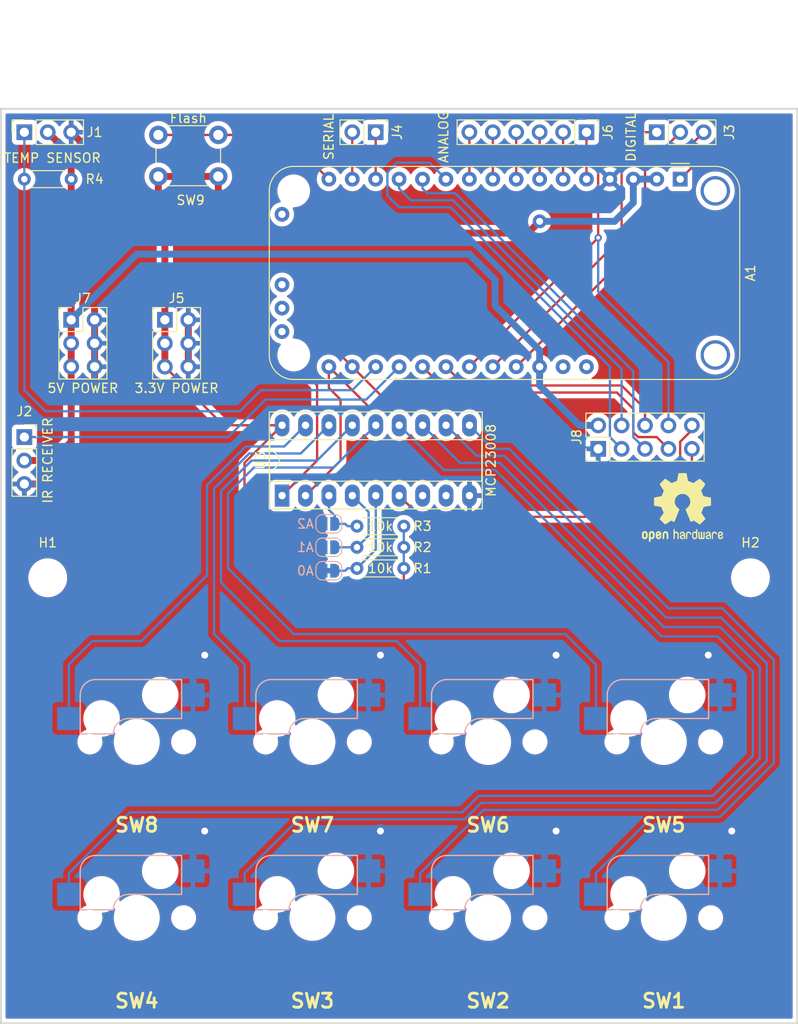
<source format=kicad_pcb>
(kicad_pcb (version 20211014) (generator pcbnew)
  (layers (0 "F.Cu" signal) (31 "B.Cu" signal) (34 "B.Paste" user) (35 "F.Paste" user) (36 "B.SilkS" user "B.Silkscreen") (37 "F.SilkS" user "F.Silkscreen") (38 "B.Mask" user) (39 "F.Mask" user) (44 "Edge.Cuts" user))
  (net 0 "")
  (net 1 "RESET")
  (net 2 "Net-(A1-Pad5)")
  (net 3 "GND")
  (net 4 "Net-(A1-Pad6)")
  (net 5 "SDA")
  (net 6 "SCL")
  (net 7 "Net-(A1-Pad7)")
  (net 8 "Net-(A1-Pad8)")
  (net 9 "Net-(A1-Pad9)")
  (net 10 "+5V")
  (net 12 "T_1WR")
  (net 13 "Net-(A1-Pad10)")
  (net 14 "Net-(A1-Pad14)")
  (net 15 "Net-(A1-Pad15)")
  (net 16 "Net-(SW1-Pad1)")
  (net 17 "Net-(SW2-Pad1)")
  (net 18 "Net-(SW3-Pad1)")
  (net 19 "Net-(SW4-Pad1)")
  (net 20 "Net-(SW5-Pad1)")
  (net 21 "Net-(SW6-Pad1)")
  (net 22 "Net-(SW7-Pad1)")
  (net 23 "Net-(SW8-Pad1)")
  (net 24 "IR_IO")
  (net 25 "+3.3V")
  (net 26 "Net-(A1-Pad24)")
  (net 27 "Net-(A1-Pad25)")
  (net 28 "LCD_SCK")
  (net 29 "LCD_PICO")
  (net 30 "LCD_POCI")
  (net 31 "Net-(JP1-Pad2)")
  (net 32 "Net-(A1-Pad16)")
  (net 33 "Net-(JP2-Pad2)")
  (net 34 "Net-(JP3-Pad2)")
  (net 35 "LCD_DC")
  (net 36 "LCD_CS")
  (net 40 "T_IRQ")
  (footprint "Connector_PinHeader_2.54mm:PinHeader_2x03_P2.54mm_Vertical" (layer "F.Cu") (at 81.28 66.04)
    (fp_text reference "J5" (at 1.27 -2.33) (layer "F.SilkS"))
    (fp_text value "3.3V POWER" (at 1.27 7.41) (layer "F.SilkS"))
    (pad "1" thru_hole rect (at 0 0) (size 1.7 1.7) (drill 1) (layers *.Cu *.Mask) (net 25 "+3.3V"))
    (pad "2" thru_hole oval (at 2.54 0) (size 1.7 1.7) (drill 1) (layers *.Cu *.Mask) (net 3 "GND"))
    (pad "3" thru_hole oval (at 0 2.54) (size 1.7 1.7) (drill 1) (layers *.Cu *.Mask) (net 25 "+3.3V"))
    (pad "4" thru_hole oval (at 2.54 2.54) (size 1.7 1.7) (drill 1) (layers *.Cu *.Mask) (net 3 "GND"))
    (pad "5" thru_hole oval (at 0 5.08) (size 1.7 1.7) (drill 1) (layers *.Cu *.Mask) (net 25 "+3.3V"))
    (pad "6" thru_hole oval (at 2.54 5.08) (size 1.7 1.7) (drill 1) (layers *.Cu *.Mask) (net 3 "GND"))
  )
  (footprint "Symbol:OSHW-Logo2_9.8x8mm_SilkScreen" (layer "F.Cu") (at 137.414 86.36)
    (fp_text reference "U1" hide)
    (fp_text value "Adfruit_LCD_Breakout_Touch" hide)
  )
  (footprint "Module:Adafruit_Feather_M0_RFM_WithMountingHoles" (layer "F.Cu") (at 137.16 50.8 -90)
    (fp_text reference "A1" (at 10.16 -7.62 90) (layer "F.SilkS"))
    (fp_text value "Adafruit_Feather_STM32F405_Express")
    (pad "" np_thru_hole circle (at 19.05 41.91 180) (size 2.54 2.54) (drill 2.54) (layers *.Cu *.Mask))
    (pad "" np_thru_hole circle (at 1.27 41.91 180) (size 2.54 2.54) (drill 2.54) (layers *.Cu *.Mask))
    (pad "" np_thru_hole circle (at 19.05 -3.81 180) (size 3.2 3.2) (drill 2.5) (layers *.Cu *.Mask))
    (pad "" np_thru_hole circle (at 1.27 -3.81 180) (size 3.2 3.2) (drill 2.5) (layers *.Cu *.Mask))
    (pad "1" thru_hole rect (at 0 0 90) (size 1.6 1.6) (drill 0.8) (layers *.Cu *.Mask) (net 1 "RESET"))
    (pad "2" thru_hole circle (at 0 2.54 90) (size 1.6 1.6) (drill 0.8) (layers *.Cu *.Mask) (net 25 "+3.3V"))
    (pad "3" thru_hole circle (at 0 5.08 90) (size 1.6 1.6) (drill 0.8) (layers *.Cu *.Mask) (net 25 "+3.3V"))
    (pad "4" thru_hole circle (at 0 7.62 90) (size 1.6 1.6) (drill 0.8) (layers *.Cu *.Mask) (net 3 "GND"))
    (pad "5" thru_hole circle (at 0 10.16 90) (size 1.6 1.6) (drill 0.8) (layers *.Cu *.Mask) (net 2 "Net-(A1-Pad5)"))
    (pad "6" thru_hole circle (at 0 12.7 90) (size 1.6 1.6) (drill 0.8) (layers *.Cu *.Mask) (net 4 "Net-(A1-Pad6)"))
    (pad "7" thru_hole circle (at 0 15.24 90) (size 1.6 1.6) (drill 0.8) (layers *.Cu *.Mask) (net 7 "Net-(A1-Pad7)"))
    (pad "8" thru_hole circle (at 0 17.78 90) (size 1.6 1.6) (drill 0.8) (layers *.Cu *.Mask) (net 8 "Net-(A1-Pad8)"))
    (pad "9" thru_hole circle (at 0 20.32 90) (size 1.6 1.6) (drill 0.8) (layers *.Cu *.Mask) (net 9 "Net-(A1-Pad9)"))
    (pad "10" thru_hole circle (at 0 22.86 90) (size 1.6 1.6) (drill 0.8) (layers *.Cu *.Mask) (net 13 "Net-(A1-Pad10)"))
    (pad "11" thru_hole circle (at 0 25.4 90) (size 1.6 1.6) (drill 0.8) (layers *.Cu *.Mask) (net 28 "LCD_SCK"))
    (pad "12" thru_hole circle (at 0 27.94 90) (size 1.6 1.6) (drill 0.8) (layers *.Cu *.Mask) (net 29 "LCD_PICO"))
    (pad "13" thru_hole circle (at 0 30.48 90) (size 1.6 1.6) (drill 0.8) (layers *.Cu *.Mask) (net 30 "LCD_POCI"))
    (pad "14" thru_hole circle (at 0 33.02 90) (size 1.6 1.6) (drill 0.8) (layers *.Cu *.Mask) (net 14 "Net-(A1-Pad14)"))
    (pad "15" thru_hole circle (at 0 35.56 90) (size 1.6 1.6) (drill 0.8) (layers *.Cu *.Mask) (net 15 "Net-(A1-Pad15)"))
    (pad "16" thru_hole circle (at 0 38.1 90) (size 1.6 1.6) (drill 0.8) (layers *.Cu *.Mask) (net 32 "Net-(A1-Pad16)"))
    (pad "17" thru_hole circle (at 20.32 38.1 90) (size 1.6 1.6) (drill 0.8) (layers *.Cu *.Mask) (net 5 "SDA"))
    (pad "18" thru_hole circle (at 20.32 35.56 90) (size 1.6 1.6) (drill 0.8) (layers *.Cu *.Mask) (net 6 "SCL"))
    (pad "19" thru_hole circle (at 20.32 33.02 90) (size 1.6 1.6) (drill 0.8) (layers *.Cu *.Mask) (net 12 "T_1WR"))
    (pad "20" thru_hole circle (at 20.32 30.48 90) (size 1.6 1.6) (drill 0.8) (layers *.Cu *.Mask) (net 24 "IR_IO"))
    (pad "21" thru_hole circle (at 20.32 27.94 90) (size 1.6 1.6) (drill 0.8) (layers *.Cu *.Mask) (net 35 "LCD_DC"))
    (pad "22" thru_hole circle (at 20.32 25.4 90) (size 1.6 1.6) (drill 0.8) (layers *.Cu *.Mask) (net 36 "LCD_CS"))
    (pad "23" thru_hole circle (at 20.32 22.86 90) (size 1.6 1.6) (drill 0.8) (layers *.Cu *.Mask) (net 40 "T_IRQ"))
    (pad "24" thru_hole circle (at 20.32 20.32 90) (size 1.6 1.6) (drill 0.8) (layers *.Cu *.Mask) (net 26 "Net-(A1-Pad24)"))
    (pad "25" thru_hole circle (at 20.32 17.78 90) (size 1.6 1.6) (drill 0.8) (layers *.Cu *.Mask) (net 27 "Net-(A1-Pad25)"))
    (pad "26" thru_hole circle (at 20.32 15.24 90) (size 1.6 1.6) (drill 0.8) (layers *.Cu *.Mask) (net 10 "+5V"))
    (pad "27" thru_hole circle (at 20.32 12.7 90) (size 1.6 1.6) (drill 0.8) (layers *.Cu *.Mask))
    (pad "28" thru_hole circle (at 20.32 10.16 90) (size 1.6 1.6) (drill 0.8) (layers *.Cu *.Mask))
    (pad "29" thru_hole circle (at 3.81 43.18 90) (size 1.6 1.6) (drill 0.8) (layers *.Cu *.Mask))
    (pad "30" thru_hole circle (at 11.43 43.18 90) (size 1.6 1.6) (drill 0.8) (layers *.Cu *.Mask))
    (pad "31" thru_hole circle (at 13.97 43.18 90) (size 1.6 1.6) (drill 0.8) (layers *.Cu *.Mask))
    (pad "32" thru_hole circle (at 16.51 43.18 90) (size 1.6 1.6) (drill 0.8) (layers *.Cu *.Mask))
  )
  (footprint "Connector_PinSocket_2.54mm:PinSocket_1x03_P2.54mm_Vertical" (layer "F.Cu") (at 66.04 78.74)
    (fp_text reference "J2" (at 0 -2.77) (layer "F.SilkS"))
    (fp_text value "IR RECEIVER" (at 2.54 2.54 90) (layer "F.SilkS"))
    (pad "1" thru_hole rect (at 0 0) (size 1.7 1.7) (drill 1) (layers *.Cu *.Mask) (net 24 "IR_IO"))
    (pad "2" thru_hole oval (at 0 2.54) (size 1.7 1.7) (drill 1) (layers *.Cu *.Mask) (net 10 "+5V"))
    (pad "3" thru_hole oval (at 0 5.08) (size 1.7 1.7) (drill 1) (layers *.Cu *.Mask) (net 3 "GND"))
  )
  (footprint "Connector_PinHeader_2.54mm:PinHeader_1x03_P2.54mm_Vertical" (layer "F.Cu") (at 134.62 45.72 90)
    (fp_text reference "J3" (at 0 7.874 90) (layer "F.SilkS"))
    (fp_text value "DIGITAL" (at -0.508 -2.794 90) (layer "F.SilkS"))
    (pad "1" thru_hole rect (at 0 0 90) (size 1.7 1.7) (drill 1) (layers *.Cu *.Mask) (net 40 "T_IRQ"))
    (pad "2" thru_hole oval (at 0 2.54 90) (size 1.7 1.7) (drill 1) (layers *.Cu *.Mask) (net 26 "Net-(A1-Pad24)"))
    (pad "3" thru_hole oval (at 0 5.08 90) (size 1.7 1.7) (drill 1) (layers *.Cu *.Mask) (net 27 "Net-(A1-Pad25)"))
  )
  (footprint "Resistor_THT:R_Axial_DIN0204_L3.6mm_D1.6mm_P5.08mm_Horizontal" (layer "F.Cu") (at 66.04 50.8)
    (fp_text reference "R4" (at 7.62 0) (layer "F.SilkS"))
    (fp_text value "4.7k")
    (pad "1" thru_hole circle (at 0 0) (size 1.4 1.4) (drill 0.7) (layers *.Cu *.Mask) (net 12 "T_1WR"))
    (pad "2" thru_hole oval (at 5.08 0) (size 1.4 1.4) (drill 0.7) (layers *.Cu *.Mask) (net 10 "+5V"))
  )
  (footprint "Button_Switch_THT:SW_PUSH_6mm" (layer "F.Cu") (at 80.57 46.01)
    (fp_text reference "SW9" (at 3.504 7.076) (layer "F.SilkS"))
    (fp_text value "Flash" (at 3.25 -1.814) (layer "F.SilkS"))
    (pad "1" thru_hole circle (at 0 0 90) (size 2 2) (drill 1.1) (layers *.Cu *.Mask) (net 32 "Net-(A1-Pad16)"))
    (pad "1" thru_hole circle (at 6.5 0 90) (size 2 2) (drill 1.1) (layers *.Cu *.Mask) (net 32 "Net-(A1-Pad16)"))
    (pad "2" thru_hole circle (at 0 4.5 90) (size 2 2) (drill 1.1) (layers *.Cu *.Mask) (net 25 "+3.3V"))
    (pad "2" thru_hole circle (at 6.5 4.5 90) (size 2 2) (drill 1.1) (layers *.Cu *.Mask) (net 25 "+3.3V"))
  )
  (footprint "MountingHole:MountingHole_3.2mm_M3_DIN965" (layer "F.Cu") (at 68.58 93.98)
    (fp_text reference "H1" (at 0 -3.8) (layer "F.SilkS"))
    (fp_text value "MountingHole")
    (pad "" np_thru_hole circle (at 0 0) (size 3.2 3.2) (drill 3.2) (layers *.Cu *.Mask))
  )
  (footprint "Connector_PinHeader_2.54mm:PinHeader_2x03_P2.54mm_Vertical" (layer "F.Cu") (at 71.12 66.04)
    (fp_text reference "J7" (at 1.27 -2.33) (layer "F.SilkS"))
    (fp_text value "5V POWER" (at 1.27 7.41) (layer "F.SilkS"))
    (pad "1" thru_hole rect (at 0 0) (size 1.7 1.7) (drill 1) (layers *.Cu *.Mask) (net 10 "+5V"))
    (pad "2" thru_hole oval (at 2.54 0) (size 1.7 1.7) (drill 1) (layers *.Cu *.Mask) (net 3 "GND"))
    (pad "3" thru_hole oval (at 0 2.54) (size 1.7 1.7) (drill 1) (layers *.Cu *.Mask) (net 10 "+5V"))
    (pad "4" thru_hole oval (at 2.54 2.54) (size 1.7 1.7) (drill 1) (layers *.Cu *.Mask) (net 3 "GND"))
    (pad "5" thru_hole oval (at 0 5.08) (size 1.7 1.7) (drill 1) (layers *.Cu *.Mask) (net 10 "+5V"))
    (pad "6" thru_hole oval (at 2.54 5.08) (size 1.7 1.7) (drill 1) (layers *.Cu *.Mask) (net 3 "GND"))
  )
  (footprint "Connector_PinHeader_2.54mm:PinHeader_1x06_P2.54mm_Vertical" (layer "F.Cu") (at 127 45.72 -90)
    (fp_text reference "J6" (at 0 -2.33 90) (layer "F.SilkS"))
    (fp_text value "ANALOG" (at 0.508 15.494 90) (layer "F.SilkS"))
    (pad "1" thru_hole rect (at 0 0 270) (size 1.7 1.7) (drill 1) (layers *.Cu *.Mask) (net 2 "Net-(A1-Pad5)"))
    (pad "2" thru_hole oval (at 0 2.54 270) (size 1.7 1.7) (drill 1) (layers *.Cu *.Mask) (net 4 "Net-(A1-Pad6)"))
    (pad "3" thru_hole oval (at 0 5.08 270) (size 1.7 1.7) (drill 1) (layers *.Cu *.Mask) (net 7 "Net-(A1-Pad7)"))
    (pad "4" thru_hole oval (at 0 7.62 270) (size 1.7 1.7) (drill 1) (layers *.Cu *.Mask) (net 8 "Net-(A1-Pad8)"))
    (pad "5" thru_hole oval (at 0 10.16 270) (size 1.7 1.7) (drill 1) (layers *.Cu *.Mask) (net 9 "Net-(A1-Pad9)"))
    (pad "6" thru_hole oval (at 0 12.7 270) (size 1.7 1.7) (drill 1) (layers *.Cu *.Mask) (net 13 "Net-(A1-Pad10)"))
  )
  (footprint "Connector_PinHeader_2.54mm:PinHeader_2x05_P2.54mm_Vertical" (layer "F.Cu") (at 128.27 80.015 90)
    (fp_text reference "J8" (at 1.27 -2.33 90) (layer "F.SilkS"))
    (fp_text value "TOUCH LCD")
    (pad "1" thru_hole rect (at 0 0 90) (size 1.7 1.7) (drill 1) (layers *.Cu *.Mask) (net 3 "GND"))
    (pad "2" thru_hole oval (at 2.54 0 90) (size 1.7 1.7) (drill 1) (layers *.Cu *.Mask) (net 10 "+5V"))
    (pad "3" thru_hole oval (at 0 2.54 90) (size 1.7 1.7) (drill 1) (layers *.Cu *.Mask) (net 28 "LCD_SCK"))
    (pad "4" thru_hole oval (at 2.54 2.54 90) (size 1.7 1.7) (drill 1) (layers *.Cu *.Mask) (net 30 "LCD_POCI"))
    (pad "5" thru_hole oval (at 0 5.08 90) (size 1.7 1.7) (drill 1) (layers *.Cu *.Mask) (net 29 "LCD_PICO"))
    (pad "6" thru_hole oval (at 2.54 5.08 90) (size 1.7 1.7) (drill 1) (layers *.Cu *.Mask) (net 36 "LCD_CS"))
    (pad "7" thru_hole oval (at 0 7.62 90) (size 1.7 1.7) (drill 1) (layers *.Cu *.Mask) (net 35 "LCD_DC"))
    (pad "8" thru_hole oval (at 2.54 7.62 90) (size 1.7 1.7) (drill 1) (layers *.Cu *.Mask) (net 40 "T_IRQ"))
    (pad "9" thru_hole oval (at 0 10.16 90) (size 1.7 1.7) (drill 1) (layers *.Cu *.Mask) (net 5 "SDA"))
    (pad "10" thru_hole oval (at 2.54 10.16 90) (size 1.7 1.7) (drill 1) (layers *.Cu *.Mask) (net 6 "SCL"))
  )
  (footprint "MountingHole:MountingHole_3.2mm_M3_DIN965" (layer "F.Cu") (at 144.78 93.98)
    (fp_text reference "H2" (at 0 -3.8) (layer "F.SilkS"))
    (fp_text value "MountingHole")
    (pad "" np_thru_hole circle (at 0 0) (size 3.2 3.2) (drill 3.2) (layers *.Cu *.Mask))
  )
  (footprint "Connector_PinHeader_2.54mm:PinHeader_1x02_P2.54mm_Vertical" (layer "F.Cu") (at 104.14 45.72 -90)
    (fp_text reference "J4" (at 0 -2.33 90) (layer "F.SilkS"))
    (fp_text value "SERIAL" (at 0.508 5.08 90) (layer "F.SilkS"))
    (pad "1" thru_hole rect (at 0 0 270) (size 1.7 1.7) (drill 1) (layers *.Cu *.Mask) (net 14 "Net-(A1-Pad14)"))
    (pad "2" thru_hole oval (at 0 2.54 270) (size 1.7 1.7) (drill 1) (layers *.Cu *.Mask) (net 15 "Net-(A1-Pad15)"))
  )
  (footprint "Package_DIP:DIP-18_W7.62mm_Socket_LongPads" (layer "F.Cu") (at 93.99 85.08 90)
    (fp_text reference "U3" (at 3.81 -2.33 90) (layer "F.SilkS"))
    (fp_text value "MCP23008" (at 3.81 22.65 90) (layer "F.SilkS"))
    (pad "1" thru_hole rect (at 0 0 90) (size 2.4 1.6) (drill 0.8) (layers *.Cu *.Mask) (net 6 "SCL"))
    (pad "2" thru_hole oval (at 0 2.54 90) (size 2.4 1.6) (drill 0.8) (layers *.Cu *.Mask) (net 5 "SDA"))
    (pad "3" thru_hole oval (at 0 5.08 90) (size 2.4 1.6) (drill 0.8) (layers *.Cu *.Mask) (net 34 "Net-(JP3-Pad2)"))
    (pad "4" thru_hole oval (at 0 7.62 90) (size 2.4 1.6) (drill 0.8) (layers *.Cu *.Mask) (net 33 "Net-(JP2-Pad2)"))
    (pad "5" thru_hole oval (at 0 10.16 90) (size 2.4 1.6) (drill 0.8) (layers *.Cu *.Mask) (net 31 "Net-(JP1-Pad2)"))
    (pad "6" thru_hole oval (at 0 12.7 90) (size 2.4 1.6) (drill 0.8) (layers *.Cu *.Mask) (net 1 "RESET"))
    (pad "7" thru_hole oval (at 0 15.24 90) (size 2.4 1.6) (drill 0.8) (layers *.Cu *.Mask))
    (pad "8" thru_hole oval (at 0 17.78 90) (size 2.4 1.6) (drill 0.8) (layers *.Cu *.Mask))
    (pad "9" thru_hole oval (at 0 20.32 90) (size 2.4 1.6) (drill 0.8) (layers *.Cu *.Mask) (net 3 "GND"))
    (pad "10" thru_hole oval (at 7.62 20.32 90) (size 2.4 1.6) (drill 0.8) (layers *.Cu *.Mask) (net 16 "Net-(SW1-Pad1)"))
    (pad "11" thru_hole oval (at 7.62 17.78 90) (size 2.4 1.6) (drill 0.8) (layers *.Cu *.Mask) (net 17 "Net-(SW2-Pad1)"))
    (pad "12" thru_hole oval (at 7.62 15.24 90) (size 2.4 1.6) (drill 0.8) (layers *.Cu *.Mask) (net 18 "Net-(SW3-Pad1)"))
    (pad "13" thru_hole oval (at 7.62 12.7 90) (size 2.4 1.6) (drill 0.8) (layers *.Cu *.Mask) (net 19 "Net-(SW4-Pad1)"))
    (pad "14" thru_hole oval (at 7.62 10.16 90) (size 2.4 1.6) (drill 0.8) (layers *.Cu *.Mask) (net 20 "Net-(SW5-Pad1)"))
    (pad "15" thru_hole oval (at 7.62 7.62 90) (size 2.4 1.6) (drill 0.8) (layers *.Cu *.Mask) (net 21 "Net-(SW6-Pad1)"))
    (pad "16" thru_hole oval (at 7.62 5.08 90) (size 2.4 1.6) (drill 0.8) (layers *.Cu *.Mask) (net 22 "Net-(SW7-Pad1)"))
    (pad "17" thru_hole oval (at 7.62 2.54 90) (size 2.4 1.6) (drill 0.8) (layers *.Cu *.Mask) (net 23 "Net-(SW8-Pad1)"))
    (pad "18" thru_hole oval (at 7.62 0 90) (size 2.4 1.6) (drill 0.8) (layers *.Cu *.Mask) (net 25 "+3.3V"))
  )
  (footprint "Resistor_THT:R_Axial_DIN0204_L3.6mm_D1.6mm_P5.08mm_Horizontal" (layer "F.Cu") (at 107.188 88.392 180)
    (fp_text reference "R3" (at -2.032 0) (layer "F.SilkS"))
    (fp_text value "10k" (at 2.54 0) (layer "F.SilkS"))
    (pad "1" thru_hole circle (at 0 0 180) (size 1.4 1.4) (drill 0.7) (layers *.Cu *.Mask) (net 25 "+3.3V"))
    (pad "2" thru_hole oval (at 5.08 0 180) (size 1.4 1.4) (drill 0.7) (layers *.Cu *.Mask) (net 34 "Net-(JP3-Pad2)"))
  )
  (footprint "Connector_PinSocket_2.54mm:PinSocket_1x03_P2.54mm_Vertical" (layer "F.Cu") (at 66.04 45.72 90)
    (fp_text reference "J1" (at 0 7.62 180) (layer "F.SilkS"))
    (fp_text value "TEMP SENSOR" (at -2.794 3.048 180) (layer "F.SilkS"))
    (pad "1" thru_hole rect (at 0 0 90) (size 1.7 1.7) (drill 1) (layers *.Cu *.Mask) (net 12 "T_1WR"))
    (pad "2" thru_hole oval (at 0 2.54 90) (size 1.7 1.7) (drill 1) (layers *.Cu *.Mask) (net 10 "+5V"))
    (pad "3" thru_hole oval (at 0 5.08 90) (size 1.7 1.7) (drill 1) (layers *.Cu *.Mask) (net 3 "GND"))
  )
  (footprint "Resistor_THT:R_Axial_DIN0204_L3.6mm_D1.6mm_P5.08mm_Horizontal" (layer "F.Cu") (at 107.188 92.964 180)
    (fp_text reference "R1" (at -2.032 0) (layer "F.SilkS"))
    (fp_text value "10k" (at 2.54 0) (layer "F.SilkS"))
    (pad "1" thru_hole circle (at 0 0 180) (size 1.4 1.4) (drill 0.7) (layers *.Cu *.Mask) (net 25 "+3.3V"))
    (pad "2" thru_hole oval (at 5.08 0 180) (size 1.4 1.4) (drill 0.7) (layers *.Cu *.Mask) (net 31 "Net-(JP1-Pad2)"))
  )
  (footprint "Resistor_THT:R_Axial_DIN0204_L3.6mm_D1.6mm_P5.08mm_Horizontal" (layer "F.Cu") (at 107.188 90.678 180)
    (fp_text reference "R2" (at -2.032 0) (layer "F.SilkS"))
    (fp_text value "10k" (at 2.54 0) (layer "F.SilkS"))
    (pad "1" thru_hole circle (at 0 0 180) (size 1.4 1.4) (drill 0.7) (layers *.Cu *.Mask) (net 25 "+3.3V"))
    (pad "2" thru_hole oval (at 5.08 0 180) (size 1.4 1.4) (drill 0.7) (layers *.Cu *.Mask) (net 33 "Net-(JP2-Pad2)"))
  )
  (footprint "Footprints:Kailh_MX_Socket" (layer "B.Cu") (at 135.382 111.76 180)
    (fp_text reference "SW5" (at 0 -9) (layer "F.SilkS") (effects (font (size 1.524 1.524) (thickness 0.3048))))
    (fp_text value "SW_Push")
    (pad "" np_thru_hole circle (at 3.81 2.54 180) (size 2.95 2.95) (drill 2.95) (layers *.Cu *.Mask))
    (pad "" np_thru_hole circle (at 0 0 180) (size 3.98018 3.98018) (drill 3.98018) (layers *.Cu *.Mask))
    (pad "" np_thru_hole circle (at -2.54 5.08 180) (size 2.95 2.95) (drill 2.95) (layers *.Cu *.Mask))
    (pad "" np_thru_hole circle (at 5.08 0 180) (size 1.7 1.7) (drill 1.7) (layers *.Cu *.Mask))
    (pad "" np_thru_hole circle (at -5.08 0 180) (size 1.7 1.7) (drill 1.7) (layers *.Cu *.Mask))
    (pad "1" smd rect (at 7.36 2.54 180) (size 2.55 2.5) (layers "B.Cu" "B.Paste" "B.Mask") (net 20 "Net-(SW5-Pad1)"))
    (pad "2" smd rect (at -6.09 5.08 180) (size 2.55 2.5) (layers "B.Cu" "B.Paste" "B.Mask") (net 3 "GND"))
  )
  (footprint "Footprints:Kailh_MX_Socket" (layer "B.Cu") (at 97.282 130.81 180)
    (fp_text reference "SW3" (at 0 -9) (layer "F.SilkS") (effects (font (size 1.524 1.524) (thickness 0.3048))))
    (fp_text value "SW_Push")
    (pad "" np_thru_hole circle (at -2.54 5.08 180) (size 2.95 2.95) (drill 2.95) (layers *.Cu *.Mask))
    (pad "" np_thru_hole circle (at 3.81 2.54 180) (size 2.95 2.95) (drill 2.95) (layers *.Cu *.Mask))
    (pad "" np_thru_hole circle (at 0 0 180) (size 3.98018 3.98018) (drill 3.98018) (layers *.Cu *.Mask))
    (pad "" np_thru_hole circle (at 5.08 0 180) (size 1.7 1.7) (drill 1.7) (layers *.Cu *.Mask))
    (pad "" np_thru_hole circle (at -5.08 0 180) (size 1.7 1.7) (drill 1.7) (layers *.Cu *.Mask))
    (pad "1" smd rect (at 7.36 2.54 180) (size 2.55 2.5) (layers "B.Cu" "B.Paste" "B.Mask") (net 18 "Net-(SW3-Pad1)"))
    (pad "2" smd rect (at -6.09 5.08 180) (size 2.55 2.5) (layers "B.Cu" "B.Paste" "B.Mask") (net 3 "GND"))
  )
  (footprint "Footprints:Kailh_MX_Socket" (layer "B.Cu") (at 78.232 111.76 180)
    (fp_text reference "SW8" (at 0 -9) (layer "F.SilkS") (effects (font (size 1.524 1.524) (thickness 0.3048))))
    (fp_text value "SW_Push")
    (pad "" np_thru_hole circle (at -5.08 0 180) (size 1.7 1.7) (drill 1.7) (layers *.Cu *.Mask))
    (pad "" np_thru_hole circle (at 0 0 180) (size 3.98018 3.98018) (drill 3.98018) (layers *.Cu *.Mask))
    (pad "" np_thru_hole circle (at 3.81 2.54 180) (size 2.95 2.95) (drill 2.95) (layers *.Cu *.Mask))
    (pad "" np_thru_hole circle (at 5.08 0 180) (size 1.7 1.7) (drill 1.7) (layers *.Cu *.Mask))
    (pad "" np_thru_hole circle (at -2.54 5.08 180) (size 2.95 2.95) (drill 2.95) (layers *.Cu *.Mask))
    (pad "1" smd rect (at 7.36 2.54 180) (size 2.55 2.5) (layers "B.Cu" "B.Paste" "B.Mask") (net 23 "Net-(SW8-Pad1)"))
    (pad "2" smd rect (at -6.09 5.08 180) (size 2.55 2.5) (layers "B.Cu" "B.Paste" "B.Mask") (net 3 "GND"))
  )
  (footprint "Footprints:Kailh_MX_Socket" (layer "B.Cu") (at 78.232 130.81 180)
    (fp_text reference "SW4" (at 0 -9) (layer "F.SilkS") (effects (font (size 1.524 1.524) (thickness 0.3048))))
    (fp_text value "SW_Push")
    (pad "" np_thru_hole circle (at -5.08 0 180) (size 1.7 1.7) (drill 1.7) (layers *.Cu *.Mask))
    (pad "" np_thru_hole circle (at 0 0 180) (size 3.98018 3.98018) (drill 3.98018) (layers *.Cu *.Mask))
    (pad "" np_thru_hole circle (at -2.54 5.08 180) (size 2.95 2.95) (drill 2.95) (layers *.Cu *.Mask))
    (pad "" np_thru_hole circle (at 3.81 2.54 180) (size 2.95 2.95) (drill 2.95) (layers *.Cu *.Mask))
    (pad "" np_thru_hole circle (at 5.08 0 180) (size 1.7 1.7) (drill 1.7) (layers *.Cu *.Mask))
    (pad "1" smd rect (at 7.36 2.54 180) (size 2.55 2.5) (layers "B.Cu" "B.Paste" "B.Mask") (net 19 "Net-(SW4-Pad1)"))
    (pad "2" smd rect (at -6.09 5.08 180) (size 2.55 2.5) (layers "B.Cu" "B.Paste" "B.Mask") (net 3 "GND"))
  )
  (footprint "Footprints:Kailh_MX_Socket" (layer "B.Cu") (at 116.332 130.81 180)
    (fp_text reference "SW2" (at 0 -9) (layer "F.SilkS") (effects (font (size 1.524 1.524) (thickness 0.3048))))
    (fp_text value "SW_Push")
    (pad "" np_thru_hole circle (at 5.08 0 180) (size 1.7 1.7) (drill 1.7) (layers *.Cu *.Mask))
    (pad "" np_thru_hole circle (at 3.81 2.54 180) (size 2.95 2.95) (drill 2.95) (layers *.Cu *.Mask))
    (pad "" np_thru_hole circle (at -5.08 0 180) (size 1.7 1.7) (drill 1.7) (layers *.Cu *.Mask))
    (pad "" np_thru_hole circle (at 0 0 180) (size 3.98018 3.98018) (drill 3.98018) (layers *.Cu *.Mask))
    (pad "" np_thru_hole circle (at -2.54 5.08 180) (size 2.95 2.95) (drill 2.95) (layers *.Cu *.Mask))
    (pad "1" smd rect (at 7.36 2.54 180) (size 2.55 2.5) (layers "B.Cu" "B.Paste" "B.Mask") (net 17 "Net-(SW2-Pad1)"))
    (pad "2" smd rect (at -6.09 5.08 180) (size 2.55 2.5) (layers "B.Cu" "B.Paste" "B.Mask") (net 3 "GND"))
  )
  (footprint "Jumper:SolderJumper-2_P1.3mm_Open_RoundedPad1.0x1.5mm" (layer "B.Cu") (at 99.06 90.678)
    (fp_text reference "JP2")
    (fp_text value "A1" (at -2.54 0) (layer "B.SilkS") (effects (justify mirror)))
    (pad "1" smd custom (at -0.65 0) (size 1 0.5) (layers "B.Cu" "B.Mask") (net 3 "GND") (options (clearance outline) (anchor rect)) (primitives (gr_circle (center 0 -0.25) (end 0.5 -0.25) (width 0) (fill yes)) (gr_circle (center 0 0.25) (end 0.5 0.25) (width 0) (fill yes)) (gr_poly (pts (xy 0.5 -0.75) (xy 0 -0.75) (xy 0 0.75) (xy 0.5 0.75)) (width 0) (fill yes))))
    (pad "2" smd custom (at 0.65 0) (size 1 0.5) (layers "B.Cu" "B.Mask") (net 33 "Net-(JP2-Pad2)") (options (clearance outline) (anchor rect)) (primitives (gr_circle (center 0 -0.25) (end 0.5 -0.25) (width 0) (fill yes)) (gr_circle (center 0 0.25) (end 0.5 0.25) (width 0) (fill yes)) (gr_poly (pts (xy 0 -0.75) (xy -0.5 -0.75) (xy -0.5 0.75) (xy 0 0.75)) (width 0) (fill yes))))
  )
  (footprint "Footprints:Kailh_MX_Socket" (layer "B.Cu") (at 135.382 130.81 180)
    (fp_text reference "SW1" (at 0 -9) (layer "F.SilkS") (effects (font (size 1.524 1.524) (thickness 0.3048))))
    (fp_text value "SW_Push")
    (pad "" np_thru_hole circle (at 5.08 0 180) (size 1.7 1.7) (drill 1.7) (layers *.Cu *.Mask))
    (pad "" np_thru_hole circle (at 0 0 180) (size 3.98018 3.98018) (drill 3.98018) (layers *.Cu *.Mask))
    (pad "" np_thru_hole circle (at -2.54 5.08 180) (size 2.95 2.95) (drill 2.95) (layers *.Cu *.Mask))
    (pad "" np_thru_hole circle (at 3.81 2.54 180) (size 2.95 2.95) (drill 2.95) (layers *.Cu *.Mask))
    (pad "" np_thru_hole circle (at -5.08 0 180) (size 1.7 1.7) (drill 1.7) (layers *.Cu *.Mask))
    (pad "1" smd rect (at 7.36 2.54 180) (size 2.55 2.5) (layers "B.Cu" "B.Paste" "B.Mask") (net 16 "Net-(SW1-Pad1)"))
    (pad "2" smd rect (at -6.09 5.08 180) (size 2.55 2.5) (layers "B.Cu" "B.Paste" "B.Mask") (net 3 "GND"))
  )
  (footprint "Footprints:Kailh_MX_Socket" (layer "B.Cu") (at 116.332 111.76 180)
    (fp_text reference "SW6" (at 0 -9) (layer "F.SilkS") (effects (font (size 1.524 1.524) (thickness 0.3048))))
    (fp_text value "SW_Push")
    (pad "" np_thru_hole circle (at 0 0 180) (size 3.98018 3.98018) (drill 3.98018) (layers *.Cu *.Mask))
    (pad "" np_thru_hole circle (at 5.08 0 180) (size 1.7 1.7) (drill 1.7) (layers *.Cu *.Mask))
    (pad "" np_thru_hole circle (at -5.08 0 180) (size 1.7 1.7) (drill 1.7) (layers *.Cu *.Mask))
    (pad "" np_thru_hole circle (at -2.54 5.08 180) (size 2.95 2.95) (drill 2.95) (layers *.Cu *.Mask))
    (pad "" np_thru_hole circle (at 3.81 2.54 180) (size 2.95 2.95) (drill 2.95) (layers *.Cu *.Mask))
    (pad "1" smd rect (at 7.36 2.54 180) (size 2.55 2.5) (layers "B.Cu" "B.Paste" "B.Mask") (net 21 "Net-(SW6-Pad1)"))
    (pad "2" smd rect (at -6.09 5.08 180) (size 2.55 2.5) (layers "B.Cu" "B.Paste" "B.Mask") (net 3 "GND"))
  )
  (footprint "Jumper:SolderJumper-2_P1.3mm_Bridged_RoundedPad1.0x1.5mm" (layer "B.Cu") (at 99.06 93.218)
    (fp_text reference "JP1")
    (fp_text value "A0" (at -2.54 0) (layer "B.SilkS") (effects (justify mirror)))
    (fp_poly (pts (xy 0.25 0.3) (xy -0.25 0.3) (xy -0.25 -0.3) (xy 0.25 -0.3)) (layer "B.Cu") (width 0) (fill solid))
    (pad "1" smd custom (at -0.65 0) (size 1 0.5) (layers "B.Cu" "B.Mask") (net 3 "GND") (options (clearance outline) (anchor rect)) (primitives (gr_circle (center 0 -0.25) (end 0.5 -0.25) (width 0) (fill yes)) (gr_circle (center 0 0.25) (end 0.5 0.25) (width 0) (fill yes)) (gr_poly (pts (xy 0.5 -0.75) (xy 0 -0.75) (xy 0 0.75) (xy 0.5 0.75)) (width 0) (fill yes))))
    (pad "2" smd custom (at 0.65 0) (size 1 0.5) (layers "B.Cu" "B.Mask") (net 31 "Net-(JP1-Pad2)") (options (clearance outline) (anchor rect)) (primitives (gr_circle (center 0 -0.25) (end 0.5 -0.25) (width 0) (fill yes)) (gr_circle (center 0 0.25) (end 0.5 0.25) (width 0) (fill yes)) (gr_poly (pts (xy 0 -0.75) (xy -0.5 -0.75) (xy -0.5 0.75) (xy 0 0.75)) (width 0) (fill yes))))
  )
  (footprint "Jumper:SolderJumper-2_P1.3mm_Open_RoundedPad1.0x1.5mm" (layer "B.Cu") (at 99.06 88.138)
    (fp_text reference "JP3")
    (fp_text value "A2" (at -2.54 0) (layer "B.SilkS") (effects (justify mirror)))
    (pad "1" smd custom (at -0.65 0) (size 1 0.5) (layers "B.Cu" "B.Mask") (net 3 "GND") (options (clearance outline) (anchor rect)) (primitives (gr_circle (center 0 -0.25) (end 0.5 -0.25) (width 0) (fill yes)) (gr_circle (center 0 0.25) (end 0.5 0.25) (width 0) (fill yes)) (gr_poly (pts (xy 0.5 -0.75) (xy 0 -0.75) (xy 0 0.75) (xy 0.5 0.75)) (width 0) (fill yes))))
    (pad "2" smd custom (at 0.65 0) (size 1 0.5) (layers "B.Cu" "B.Mask") (net 34 "Net-(JP3-Pad2)") (options (clearance outline) (anchor rect)) (primitives (gr_circle (center 0 -0.25) (end 0.5 -0.25) (width 0) (fill yes)) (gr_circle (center 0 0.25) (end 0.5 0.25) (width 0) (fill yes)) (gr_poly (pts (xy 0 -0.75) (xy -0.5 -0.75) (xy -0.5 0.75) (xy 0 0.75)) (width 0) (fill yes))))
  )
  (footprint "Footprints:Kailh_MX_Socket" (layer "B.Cu") (at 97.282 111.76 180)
    (fp_text reference "SW7" (at 0 -9) (layer "F.SilkS") (effects (font (size 1.524 1.524) (thickness 0.3048))))
    (fp_text value "SW_Push")
    (pad "" np_thru_hole circle (at 3.81 2.54 180) (size 2.95 2.95) (drill 2.95) (layers *.Cu *.Mask))
    (pad "" np_thru_hole circle (at 5.08 0 180) (size 1.7 1.7) (drill 1.7) (layers *.Cu *.Mask))
    (pad "" np_thru_hole circle (at 0 0 180) (size 3.98018 3.98018) (drill 3.98018) (layers *.Cu *.Mask))
    (pad "" np_thru_hole circle (at -5.08 0 180) (size 1.7 1.7) (drill 1.7) (layers *.Cu *.Mask))
    (pad "" np_thru_hole circle (at -2.54 5.08 180) (size 2.95 2.95) (drill 2.95) (layers *.Cu *.Mask))
    (pad "1" smd rect (at 7.36 2.54 180) (size 2.55 2.5) (layers "B.Cu" "B.Paste" "B.Mask") (net 22 "Net-(SW7-Pad1)"))
    (pad "2" smd rect (at -6.09 5.08 180) (size 2.55 2.5) (layers "B.Cu" "B.Paste" "B.Mask") (net 3 "GND"))
  )
  (gr_rect (start 63.5 43.18) (end 149.86 142.24) (layer "Edge.Cuts") (width 0.2) (fill none))
  (segment (start 108.986 87.376) (end 141.478 87.376) (width 0.25) (layer "F.Cu") (net 1))
  (segment (start 145.796 83.058) (end 145.796 51.562) (width 0.25) (layer "F.Cu") (net 1))
  (segment (start 139.192 48.768) (end 137.16 50.8) (width 0.25) (layer "F.Cu") (net 1))
  (segment (start 106.69 85.08) (end 108.986 87.376) (width 0.25) (layer "F.Cu") (net 1))
  (segment (start 143.002 48.768) (end 139.192 48.768) (width 0.25) (layer "F.Cu") (net 1))
  (segment (start 145.796 51.562) (end 143.002 48.768) (width 0.25) (layer "F.Cu") (net 1))
  (segment (start 141.478 87.376) (end 145.796 83.058) (width 0.25) (layer "F.Cu") (net 1))
  (segment (start 127 45.72) (end 127 50.8) (width 0.25) (layer "F.Cu") (net 2))
  (segment (start 73.66 66.04) (end 73.66 68.58) (width 0.75) (layer "F.Cu") (net 3))
  (segment (start 83.82 68.58) (end 83.82 71.12) (width 0.75) (layer "F.Cu") (net 3))
  (segment (start 73.66 68.58) (end 73.66 71.12) (width 0.75) (layer "F.Cu") (net 3))
  (segment (start 83.82 66.04) (end 83.82 68.58) (width 0.75) (layer "F.Cu") (net 3))
  (segment (start 70.358 83.82) (end 73.66 80.518) (width 0.75) (layer "F.Cu") (net 3))
  (segment (start 73.66 48.26) (end 73.66 66.04) (width 0.75) (layer "F.Cu") (net 3))
  (segment (start 66.04 83.82) (end 70.358 83.82) (width 0.75) (layer "F.Cu") (net 3))
  (segment (start 71.12 45.72) (end 73.66 48.26) (width 0.75) (layer "F.Cu") (net 3))
  (segment (start 73.66 80.518) (end 73.66 71.12) (width 0.75) (layer "F.Cu") (net 3))
  (via (at 123.704 102.362) (size 1.5) (drill 0.75) (layers "F.Cu" "B.Cu") (net 3))
  (via (at 123.704 121.412) (size 1.5) (drill 0.75) (layers "F.Cu" "B.Cu") (net 3))
  (via (at 85.604 102.362) (size 1.5) (drill 0.75) (layers "F.Cu" "B.Cu") (net 3))
  (via (at 104.654 102.362) (size 1.5) (drill 0.75) (layers "F.Cu" "B.Cu") (net 3))
  (via (at 140.208 102.356) (size 1.5) (drill 0.75) (layers "F.Cu" "B.Cu") (net 3))
  (via (at 142.754 121.412) (size 1.5) (drill 0.75) (layers "F.Cu" "B.Cu") (net 3))
  (via (at 85.598 121.412) (size 1.5) (drill 0.75) (layers "F.Cu" "B.Cu") (net 3))
  (via (at 104.654 121.412) (size 1.5) (drill 0.75) (layers "F.Cu" "B.Cu") (net 3))
  (segment (start 98.41 93.218) (end 98.41 90.678) (width 0.25) (layer "B.Cu") (net 3))
  (segment (start 122.428 106.68) (end 122.428 103.638) (width 0.75) (layer "B.Cu") (net 3))
  (segment (start 122.428 103.638) (end 123.704 102.362) (width 0.75) (layer "B.Cu") (net 3))
  (segment (start 141.478 122.688) (end 142.754 121.412) (width 0.75) (layer "B.Cu") (net 3))
  (segment (start 141.478 125.73) (end 141.478 122.688) (width 0.75) (layer "B.Cu") (net 3))
  (segment (start 122.428 125.73) (end 122.428 122.688) (width 0.75) (layer "B.Cu") (net 3))
  (segment (start 140.208 102.356) (end 141.478 103.626) (width 0.75) (layer "B.Cu") (net 3))
  (segment (start 103.378 106.68) (end 103.378 103.638) (width 0.75) (layer "B.Cu") (net 3))
  (segment (start 84.322 125.73) (end 84.322 122.688) (width 0.75) (layer "B.Cu") (net 3))
  (segment (start 84.322 122.688) (end 85.598 121.412) (width 0.75) (layer "B.Cu") (net 3))
  (segment (start 141.478 103.626) (end 141.478 106.674) (width 0.75) (layer "B.Cu") (net 3))
  (segment (start 103.378 122.688) (end 104.654 121.412) (width 0.75) (layer "B.Cu") (net 3))
  (segment (start 84.328 106.68) (end 84.328 103.638) (width 0.75) (layer "B.Cu") (net 3))
  (segment (start 122.428 122.688) (end 123.704 121.412) (width 0.75) (layer "B.Cu") (net 3))
  (segment (start 103.378 125.73) (end 103.378 122.688) (width 0.75) (layer "B.Cu") (net 3))
  (segment (start 84.328 103.638) (end 85.604 102.362) (width 0.75) (layer "B.Cu") (net 3))
  (segment (start 103.378 103.638) (end 104.654 102.362) (width 0.75) (layer "B.Cu") (net 3))
  (segment (start 98.41 90.678) (end 98.41 88.138) (width 0.25) (layer "B.Cu") (net 3))
  (segment (start 124.46 45.72) (end 124.46 50.8) (width 0.25) (layer "F.Cu") (net 4))
  (segment (start 96.53 85.08) (end 100.33 81.28) (width 0.25) (layer "F.Cu") (net 5))
  (segment (start 103.378 75.438) (end 119.126 75.438) (width 0.25) (layer "F.Cu") (net 5))
  (segment (start 138.43 81.312099) (end 138.43 80.015) (width 0.25) (layer "F.Cu") (net 5))
  (segment (start 99.06 71.12) (end 103.378 75.438) (width 0.25) (layer "F.Cu") (net 5))
  (segment (start 99.06 73.406) (end 99.06 71.12) (width 0.25) (layer "F.Cu") (net 5))
  (segment (start 136.684099 83.058) (end 138.43 81.312099) (width 0.25) (layer "F.Cu") (net 5))
  (segment (start 100.33 81.28) (end 100.33 74.676) (width 0.25) (layer "F.Cu") (net 5))
  (segment (start 119.126 75.438) (end 126.746 83.058) (width 0.25) (layer "F.Cu") (net 5))
  (segment (start 100.33 74.676) (end 99.06 73.406) (width 0.25) (layer "F.Cu") (net 5))
  (segment (start 126.746 83.058) (end 136.684099 83.058) (width 0.25) (layer "F.Cu") (net 5))
  (segment (start 105.156 74.676) (end 101.6 71.12) (width 0.25) (layer "F.Cu") (net 6))
  (segment (start 138.43 77.475) (end 138.43 77.978) (width 0.25) (layer "F.Cu") (net 6))
  (segment (start 138.43 77.978) (end 137.16 79.248) (width 0.25) (layer "F.Cu") (net 6))
  (segment (start 119.38 74.676) (end 105.156 74.676) (width 0.25) (layer "F.Cu") (net 6))
  (segment (start 137.16 81.534) (end 136.398 82.296) (width 0.25) (layer "F.Cu") (net 6))
  (segment (start 98.298 69.342) (end 99.822 69.342) (width 0.25) (layer "F.Cu") (net 6))
  (segment (start 97.282 72.644) (end 97.282 70.358) (width 0.25) (layer "F.Cu") (net 6))
  (segment (start 136.398 82.296) (end 127 82.296) (width 0.25) (layer "F.Cu") (net 6))
  (segment (start 137.16 79.248) (end 137.16 81.534) (width 0.25) (layer "F.Cu") (net 6))
  (segment (start 97.79 73.152) (end 97.282 72.644) (width 0.25) (layer "F.Cu") (net 6))
  (segment (start 97.282 70.358) (end 98.298 69.342) (width 0.25) (layer "F.Cu") (net 6))
  (segment (start 97.79 81.28) (end 97.79 73.152) (width 0.25) (layer "F.Cu") (net 6))
  (segment (start 93.99 85.08) (end 97.79 81.28) (width 0.25) (layer "F.Cu") (net 6))
  (segment (start 99.822 69.342) (end 101.6 71.12) (width 0.25) (layer "F.Cu") (net 6))
  (segment (start 127 82.296) (end 119.38 74.676) (width 0.25) (layer "F.Cu") (net 6))
  (segment (start 121.92 45.72) (end 121.92 50.8) (width 0.25) (layer "F.Cu") (net 7))
  (segment (start 119.38 45.72) (end 119.38 50.8) (width 0.25) (layer "F.Cu") (net 8))
  (segment (start 116.84 45.72) (end 116.84 50.8) (width 0.25) (layer "F.Cu") (net 9))
  (segment (start 71.12 68.58) (end 71.12 71.12) (width 0.75) (layer "F.Cu") (net 10))
  (segment (start 71.12 66.04) (end 71.12 50.8) (width 0.75) (layer "F.Cu") (net 10))
  (segment (start 71.12 79.248) (end 71.12 71.12) (width 0.75) (layer "F.Cu") (net 10))
  (segment (start 71.12 50.8) (end 71.12 48.26) (width 0.75) (layer "F.Cu") (net 10))
  (segment (start 71.12 66.04) (end 71.12 68.58) (width 0.75) (layer "F.Cu") (net 10))
  (segment (start 66.04 81.28) (end 69.088 81.28) (width 0.75) (layer "F.Cu") (net 10))
  (segment (start 71.12 48.26) (end 68.58 45.72) (width 0.75) (layer "F.Cu") (net 10))
  (segment (start 69.088 81.28) (end 71.12 79.248) (width 0.75) (layer "F.Cu") (net 10))
  (segment (start 121.92 71.12) (end 121.92 73.152) (width 0.75) (layer "B.Cu") (net 10))
  (segment (start 112.776 58.928) (end 114.3 58.928) (width 0.75) (layer "B.Cu") (net 10))
  (segment (start 112.776 58.928) (end 78.232 58.928) (width 0.75) (layer "B.Cu") (net 10))
  (segment (start 121.92 73.152) (end 126.243 77.475) (width 0.75) (layer "B.Cu") (net 10))
  (segment (start 117.094 64.516) (end 121.92 69.342) (width 0.75) (layer "B.Cu") (net 10))
  (segment (start 117.094 61.722) (end 117.094 64.516) (width 0.75) (layer "B.Cu") (net 10))
  (segment (start 78.232 58.928) (end 71.12 66.04) (width 0.75) (layer "B.Cu") (net 10))
  (segment (start 121.92 69.342) (end 121.92 71.12) (width 0.75) (layer "B.Cu") (net 10))
  (segment (start 114.3 58.928) (end 117.094 61.722) (width 0.75) (layer "B.Cu") (net 10))
  (segment (start 126.243 77.475) (end 128.27 77.475) (width 0.75) (layer "B.Cu") (net 10))
  (segment (start 68.326 75.946) (end 89.408 75.946) (width 0.25) (layer "B.Cu") (net 12))
  (segment (start 66.04 50.8) (end 66.04 73.66) (width 0.25) (layer "B.Cu") (net 12))
  (segment (start 89.408 75.946) (end 91.694 73.66) (width 0.25) (layer "B.Cu") (net 12))
  (segment (start 101.6 73.66) (end 104.14 71.12) (width 0.25) (layer "B.Cu") (net 12))
  (segment (start 66.04 50.8) (end 66.04 45.72) (width 0.25) (layer "B.Cu") (net 12))
  (segment (start 66.04 73.66) (end 68.326 75.946) (width 0.25) (layer "B.Cu") (net 12))
  (segment (start 91.694 73.66) (end 101.6 73.66) (width 0.25) (layer "B.Cu") (net 12))
  (segment (start 114.3 45.72) (end 114.3 50.8) (width 0.25) (layer "F.Cu") (net 13))
  (segment (start 104.14 45.72) (end 104.14 50.8) (width 0.25) (layer "F.Cu") (net 14))
  (segment (start 101.6 45.72) (end 101.6 50.8) (width 0.25) (layer "F.Cu") (net 15))
  (segment (start 114.31 77.48) (end 114.31 77.46) (width 0.25) (layer "B.Cu") (net 16))
  (segment (start 135.89 97.282) (end 118.618 80.01) (width 0.25) (layer "B.Cu") (net 16))
  (segment (start 118.618 80.01) (end 116.84 80.01) (width 0.25) (layer "B.Cu") (net 16))
  (segment (start 116.84 80.01) (end 114.31 77.48) (width 0.25) (layer "B.Cu") (net 16))
  (segment (start 128.022 125.978) (end 134.112 119.888) (width 0.25) (layer "B.Cu") (net 16))
  (segment (start 141.732 97.282) (end 135.89 97.282) (width 0.25) (layer "B.Cu") (net 16))
  (segment (start 134.112 119.888) (end 141.478 119.888) (width 0.25) (layer "B.Cu") (net 16))
  (segment (start 128.022 128.27) (end 128.022 125.978) (width 0.25) (layer "B.Cu") (net 16))
  (segment (start 147.32 114.046) (end 147.32 102.87) (width 0.25) (layer "B.Cu") (net 16))
  (segment (start 141.478 119.888) (end 147.32 114.046) (width 0.25) (layer "B.Cu") (net 16))
  (segment (start 147.32 102.87) (end 141.732 97.282) (width 0.25) (layer "B.Cu") (net 16))
  (segment (start 146.558 113.792) (end 146.558 103.251) (width 0.25) (layer "B.Cu") (net 17))
  (segment (start 108.972 128.27) (end 108.972 125.978) (width 0.25) (layer "B.Cu") (net 17))
  (segment (start 115.824 119.126) (end 141.224 119.126) (width 0.25) (layer "B.Cu") (net 17))
  (segment (start 141.224 119.126) (end 146.558 113.792) (width 0.25) (layer "B.Cu") (net 17))
  (segment (start 118.11 80.772) (end 115.082 80.772) (width 0.25) (layer "B.Cu") (net 17))
  (segment (start 108.972 125.978) (end 115.824 119.126) (width 0.25) (layer "B.Cu") (net 17))
  (segment (start 146.558 103.251) (end 141.605 98.298) (width 0.25) (layer "B.Cu") (net 17))
  (segment (start 141.605 98.298) (end 135.636 98.298) (width 0.25) (layer "B.Cu") (net 17))
  (segment (start 115.082 80.772) (end 111.77 77.46) (width 0.25) (layer "B.Cu") (net 17))
  (segment (start 135.636 98.298) (end 118.11 80.772) (width 0.25) (layer "B.Cu") (net 17))
  (segment (start 145.796 113.538) (end 145.796 103.632) (width 0.25) (layer "B.Cu") (net 18))
  (segment (start 113.792 120.142) (end 115.57 118.364) (width 0.25) (layer "B.Cu") (net 18))
  (segment (start 117.602 81.534) (end 113.284 81.534) (width 0.25) (layer "B.Cu") (net 18))
  (segment (start 141.478 99.314) (end 135.382 99.314) (width 0.25) (layer "B.Cu") (net 18))
  (segment (start 89.922 128.27) (end 89.922 125.978) (width 0.25) (layer "B.Cu") (net 18))
  (segment (start 109.23 77.48) (end 109.23 77.46) (width 0.25) (layer "B.Cu") (net 18))
  (segment (start 113.284 81.534) (end 109.23 77.48) (width 0.25) (layer "B.Cu") (net 18))
  (segment (start 145.796 103.632) (end 141.478 99.314) (width 0.25) (layer "B.Cu") (net 18))
  (segment (start 135.382 99.314) (end 117.602 81.534) (width 0.25) (layer "B.Cu") (net 18))
  (segment (start 115.57 118.364) (end 140.97 118.364) (width 0.25) (layer "B.Cu") (net 18))
  (segment (start 89.922 125.978) (end 95.758 120.142) (width 0.25) (layer "B.Cu") (net 18))
  (segment (start 95.758 120.142) (end 113.792 120.142) (width 0.25) (layer "B.Cu") (net 18))
  (segment (start 140.97 118.364) (end 145.796 113.538) (width 0.25) (layer "B.Cu") (net 18))
  (segment (start 141.224 100.33) (end 135.128 100.33) (width 0.25) (layer "B.Cu") (net 19))
  (segment (start 135.128 100.33) (end 117.094 82.296) (width 0.25) (layer "B.Cu") (net 19))
  (segment (start 117.094 82.296) (end 111.526 82.296) (width 0.25) (layer "B.Cu") (net 19))
  (segment (start 111.526 82.296) (end 106.69 77.46) (width 0.25) (layer "B.Cu") (net 19))
  (segment (start 77.47 119.38) (end 113.538 119.38) (width 0.25) (layer "B.Cu") (net 19))
  (segment (start 145.034 104.14) (end 141.224 100.33) (width 0.25) (layer "B.Cu") (net 19))
  (segment (start 113.538 119.38) (end 115.316 117.602) (width 0.25) (layer "B.Cu") (net 19))
  (segment (start 70.872 125.978) (end 77.47 119.38) (width 0.25) (layer "B.Cu") (net 19))
  (segment (start 145.034 113.284) (end 145.034 104.14) (width 0.25) (layer "B.Cu") (net 19))
  (segment (start 70.872 128.27) (end 70.872 125.978) (width 0.25) (layer "B.Cu") (net 19))
  (segment (start 115.316 117.602) (end 140.716 117.602) (width 0.25) (layer "B.Cu") (net 19))
  (segment (start 140.716 117.602) (end 145.034 113.284) (width 0.25) (layer "B.Cu") (net 19))
  (segment (start 128.022 109.22) (end 128.022 103.384) (width 0.25) (layer "B.Cu") (net 20))
  (segment (start 90.932 82.042) (end 99.568 82.042) (width 0.25) (layer "B.Cu") (net 20))
  (segment (start 88.138 92.964) (end 88.138 84.836) (width 0.25) (layer "B.Cu") (net 20))
  (segment (start 88.138 84.836) (end 90.932 82.042) (width 0.25) (layer "B.Cu") (net 20))
  (segment (start 124.714 100.076) (end 95.25 100.076) (width 0.25) (layer "B.Cu") (net 20))
  (segment (start 95.25 100.076) (end 88.138 92.964) (width 0.25) (layer "B.Cu") (net 20))
  (segment (start 99.568 82.042) (end 104.15 77.46) (width 0.25) (layer "B.Cu") (net 20))
  (segment (start 128.022 103.384) (end 124.714 100.076) (width 0.25) (layer "B.Cu") (net 20))
  (segment (start 87.376 84.582) (end 90.678 81.28) (width 0.25) (layer "B.Cu") (net 21))
  (segment (start 106.426 100.838) (end 93.726 100.838) (width 0.25) (layer "B.Cu") (net 21))
  (segment (start 90.678 81.28) (end 97.79 81.28) (width 0.25) (layer "B.Cu") (net 21))
  (segment (start 87.376 94.488) (end 87.376 84.582) (width 0.25) (layer "B.Cu") (net 21))
  (segment (start 97.79 81.28) (end 101.61 77.46) (width 0.25) (layer "B.Cu") (net 21))
  (segment (start 108.972 109.22) (end 108.972 103.384) (width 0.25) (layer "B.Cu") (net 21))
  (segment (start 93.726 100.838) (end 87.376 94.488) (width 0.25) (layer "B.Cu") (net 21))
  (segment (start 108.972 103.384) (end 106.426 100.838) (width 0.25) (layer "B.Cu") (net 21))
  (segment (start 90.424 80.518) (end 96.012 80.518) (width 0.25) (layer "B.Cu") (net 22))
  (segment (start 86.614 100.076) (end 86.614 84.328) (width 0.25) (layer "B.Cu") (net 22))
  (segment (start 89.922 109.22) (end 89.922 103.384) (width 0.25) (layer "B.Cu") (net 22))
  (segment (start 96.012 80.518) (end 99.07 77.46) (width 0.25) (layer "B.Cu") (net 22))
  (segment (start 89.922 103.384) (end 86.614 100.076) (width 0.25) (layer "B.Cu") (net 22))
  (segment (start 86.614 84.328) (end 90.424 80.518) (width 0.25) (layer "B.Cu") (net 22))
  (segment (start 70.872 109.22) (end 70.872 103.372) (width 0.25) (layer "B.Cu") (net 23))
  (segment (start 73.406 100.838) (end 78.74 100.838) (width 0.25) (layer "B.Cu") (net 23))
  (segment (start 70.872 103.372) (end 73.406 100.838) (width 0.25) (layer "B.Cu") (net 23))
  (segment (start 78.74 100.838) (end 85.852 93.726) (width 0.25) (layer "B.Cu") (net 23))
  (segment (start 85.852 83.947) (end 90.043 79.756) (width 0.25) (layer "B.Cu") (net 23))
  (segment (start 94.234 79.756) (end 96.53 77.46) (width 0.25) (layer "B.Cu") (net 23))
  (segment (start 90.043 79.756) (end 94.234 79.756) (width 0.25) (layer "B.Cu") (net 23))
  (segment (start 85.852 93.726) (end 85.852 83.947) (width 0.25) (layer "B.Cu") (net 23))
  (segment (start 103.124 74.676) (end 92.202 74.676) (width 0.25) (layer "B.Cu") (net 24))
  (segment (start 92.202 74.676) (end 88.138 78.74) (width 0.25) (layer "B.Cu") (net 24))
  (segment (start 106.68 71.12) (end 103.124 74.676) (width 0.25) (layer "B.Cu") (net 24))
  (segment (start 88.138 78.74) (end 66.04 78.74) (width 0.25) (layer "B.Cu") (net 24))
  (segment (start 87.62 77.46) (end 81.28 71.12) (width 0.25) (layer "F.Cu") (net 25))
  (segment (start 89.916 92.202) (end 89.916 81.534) (width 0.25) (layer "F.Cu") (net 25))
  (segment (start 93.99 77.46) (end 87.62 77.46) (width 0.25) (layer "F.Cu") (net 25))
  (segment (start 88.9 56.642) (end 87.07 54.812) (width 0.75) (layer "F.Cu") (net 25))
  (segment (start 87.07 54.812) (end 87.07 50.51) (width 0.75) (layer "F.Cu") (net 25))
  (segment (start 107.188 92.964) (end 107.188 94.488) (width 0.25) (layer "F.Cu") (net 25))
  (segment (start 81.28 68.58) (end 81.28 71.12) (width 0.75) (layer "F.Cu") (net 25))
  (segment (start 121.92 55.372) (end 120.65 56.642) (width 0.75) (layer "F.Cu") (net 25))
  (segment (start 81.28 66.04) (end 81.28 68.58) (width 0.75) (layer "F.Cu") (net 25))
  (segment (start 81.28 55.372) (end 80.57 54.662) (width 0.75) (layer "F.Cu") (net 25))
  (segment (start 80.57 54.662) (end 80.57 50.51) (width 0.75) (layer "F.Cu") (net 25))
  (segment (start 89.916 81.534) (end 93.99 77.46) (width 0.25) (layer "F.Cu") (net 25))
  (segment (start 81.28 66.04) (end 81.28 55.372) (width 0.75) (layer "F.Cu") (net 25))
  (segment (start 107.188 94.488) (end 104.902 96.774) (width 0.25) (layer "F.Cu") (net 25))
  (segment (start 80.57 50.51) (end 87.07 50.51) (width 0.75) (layer "F.Cu") (net 25))
  (segment (start 120.65 56.642) (end 88.9 56.642) (width 0.75) (layer "F.Cu") (net 25))
  (segment (start 104.902 96.774) (end 94.488 96.774) (width 0.25) (layer "F.Cu") (net 25))
  (segment (start 94.488 96.774) (end 89.916 92.202) (width 0.25) (layer "F.Cu") (net 25))
  (via (at 121.92 55.372) (size 1.5) (drill 0.75) (layers "F.Cu" "B.Cu") (net 25))
  (segment (start 132.08 53.34) (end 130.048 55.372) (width 0.75) (layer "B.Cu") (net 25))
  (segment (start 132.08 50.8) (end 134.62 50.8) (width 0.75) (layer "B.Cu") (net 25))
  (segment (start 132.08 50.8) (end 132.08 53.34) (width 0.75) (layer "B.Cu") (net 25))
  (segment (start 130.048 55.372) (end 121.92 55.372) (width 0.75) (layer "B.Cu") (net 25))
  (segment (start 107.188 88.392) (end 107.188 90.678) (width 0.25) (layer "B.Cu") (net 25))
  (segment (start 107.188 90.678) (end 107.188 92.964) (width 0.25) (layer "B.Cu") (net 25))
  (segment (start 130.81 49.53) (end 130.81 57.15) (width 0.25) (layer "F.Cu") (net 26))
  (segment (start 137.16 45.72) (end 135.382 47.498) (width 0.25) (layer "F.Cu") (net 26))
  (segment (start 135.382 47.498) (end 132.842 47.498) (width 0.25) (layer "F.Cu") (net 26))
  (segment (start 132.842 47.498) (end 130.81 49.53) (width 0.25) (layer "F.Cu") (net 26))
  (segment (start 130.81 57.15) (end 116.84 71.12) (width 0.25) (layer "F.Cu") (net 26))
  (segment (start 137.16 48.26) (end 134.62 48.26) (width 0.25) (layer "F.Cu") (net 27))
  (segment (start 133.35 49.53) (end 133.35 57.15) (width 0.25) (layer "F.Cu") (net 27))
  (segment (start 134.62 48.26) (end 133.35 49.53) (width 0.25) (layer "F.Cu") (net 27))
  (segment (start 133.35 57.15) (end 119.38 71.12) (width 0.25) (layer "F.Cu") (net 27))
  (segment (start 139.7 45.72) (end 137.16 48.26) (width 0.25) (layer "F.Cu") (net 27))
  (segment (start 129.54 71.12) (end 129.54 78.745) (width 0.25) (layer "B.Cu") (net 28))
  (segment (start 112.268 53.848) (end 129.54 71.12) (width 0.25) (layer "B.Cu") (net 28))
  (segment (start 111.76 50.8) (end 109.982 49.022) (width 0.25) (layer "B.Cu") (net 28))
  (segment (start 129.54 78.745) (end 130.81 80.015) (width 0.25) (layer "B.Cu") (net 28))
  (segment (start 105.41 52.578) (end 106.68 53.848) (width 0.25) (layer "B.Cu") (net 28))
  (segment (start 109.982 49.022) (end 106.426 49.022) (width 0.25) (layer "B.Cu") (net 28))
  (segment (start 105.41 50.038) (end 105.41 52.578) (width 0.25) (layer "B.Cu") (net 28))
  (segment (start 106.426 49.022) (end 105.41 50.038) (width 0.25) (layer "B.Cu") (net 28))
  (segment (start 106.68 53.848) (end 112.268 53.848) (width 0.25) (layer "B.Cu") (net 28))
  (segment (start 109.22 50.8) (end 109.22 51.816) (width 0.25) (layer "B.Cu") (net 29))
  (segment (start 109.728 52.324) (end 112.776 52.324) (width 0.25) (layer "B.Cu") (net 29))
  (segment (start 132.08 78.745) (end 133.35 80.015) (width 0.25) (layer "B.Cu") (net 29))
  (segment (start 112.776 52.324) (end 132.08 71.628) (width 0.25) (layer "B.Cu") (net 29))
  (segment (start 109.22 51.816) (end 109.728 52.324) (width 0.25) (layer "B.Cu") (net 29))
  (segment (start 132.08 71.628) (end 132.08 78.745) (width 0.25) (layer "B.Cu") (net 29))
  (segment (start 106.68 51.816) (end 106.68 50.8) (width 0.25) (layer "B.Cu") (net 30))
  (segment (start 107.95 53.086) (end 106.68 51.816) (width 0.25) (layer "B.Cu") (net 30))
  (segment (start 130.81 77.475) (end 130.81 71.374) (width 0.25) (layer "B.Cu") (net 30))
  (segment (start 130.81 71.374) (end 112.522 53.086) (width 0.25) (layer "B.Cu") (net 30))
  (segment (start 112.522 53.086) (end 107.95 53.086) (width 0.25) (layer "B.Cu") (net 30))
  (segment (start 104.15 90.922) (end 104.15 85.08) (width 0.25) (layer "B.Cu") (net 31))
  (segment (start 99.71 93.218) (end 100.838 93.218) (width 0.25) (layer "B.Cu") (net 31))
  (segment (start 101.092 92.964) (end 102.108 92.964) (width 0.25) (layer "B.Cu") (net 31))
  (segment (start 100.838 93.218) (end 101.092 92.964) (width 0.25) (layer "B.Cu") (net 31))
  (segment (start 102.108 92.964) (end 104.15 90.922) (width 0.25) (layer "B.Cu") (net 31))
  (segment (start 80.57 46.01) (end 87.07 46.01) (width 0.25) (layer "F.Cu") (net 32))
  (segment (start 94.27 46.01) (end 99.06 50.8) (width 0.25) (layer "F.Cu") (net 32))
  (segment (start 87.07 46.01) (end 94.27 46.01) (width 0.25) (layer "F.Cu") (net 32))
  (segment (start 103.378 86.848) (end 101.61 85.08) (width 0.25) (layer "B.Cu") (net 33))
  (segment (start 103.378 89.408) (end 103.378 86.848) (width 0.25) (layer "B.Cu") (net 33))
  (segment (start 99.71 90.678) (end 102.108 90.678) (width 0.25) (layer "B.Cu") (net 33))
  (segment (start 102.108 90.678) (end 103.378 89.408) (width 0.25) (layer "B.Cu") (net 33))
  (segment (start 101.092 88.392) (end 102.108 88.392) (width 0.25) (layer "B.Cu") (net 34))
  (segment (start 99.71 87.264) (end 99.07 86.624) (width 0.25) (layer "B.Cu") (net 34))
  (segment (start 100.838 88.138) (end 101.092 88.392) (width 0.25) (layer "B.Cu") (net 34))
  (segment (start 100.838 88.138) (end 99.71 88.138) (width 0.25) (layer "B.Cu") (net 34))
  (segment (start 99.71 88.138) (end 99.71 87.264) (width 0.25) (layer "B.Cu") (net 34))
  (segment (start 99.07 86.624) (end 99.07 85.08) (width 0.25) (layer "B.Cu") (net 34))
  (segment (start 132.588 78.74) (end 134.615 78.74) (width 0.25) (layer "F.Cu") (net 35))
  (segment (start 132.08 78.232) (end 132.588 78.74) (width 0.25) (layer "F.Cu") (net 35))
  (segment (start 112.014 73.914) (end 130.302 73.914) (width 0.25) (layer "F.Cu") (net 35))
  (segment (start 130.302 73.914) (end 132.08 75.692) (width 0.25) (layer "F.Cu") (net 35))
  (segment (start 134.615 78.74) (end 135.89 80.015) (width 0.25) (layer "F.Cu") (net 35))
  (segment (start 109.22 71.12) (end 112.014 73.914) (width 0.25) (layer "F.Cu") (net 35))
  (segment (start 132.08 75.692) (end 132.08 78.232) (width 0.25) (layer "F.Cu") (net 35))
  (segment (start 130.81 73.152) (end 133.35 75.692) (width 0.25) (layer "F.Cu") (net 36))
  (segment (start 113.792 73.152) (end 130.81 73.152) (width 0.25) (layer "F.Cu") (net 36))
  (segment (start 111.76 71.12) (end 113.792 73.152) (width 0.25) (layer "F.Cu") (net 36))
  (segment (start 133.35 75.692) (end 133.35 77.475) (width 0.25) (layer "F.Cu") (net 36))
  (segment (start 128.27 57.15) (end 114.3 71.12) (width 0.25) (layer "F.Cu") (net 40))
  (segment (start 128.27 49.53) (end 128.27 57.15) (width 0.25) (layer "F.Cu") (net 40))
  (segment (start 132.08 45.72) (end 128.27 49.53) (width 0.25) (layer "F.Cu") (net 40))
  (segment (start 134.62 45.72) (end 132.08 45.72) (width 0.25) (layer "F.Cu") (net 40))
  (via (at 128.27 57.15) (size 0.8) (drill 0.4) (layers "F.Cu" "B.Cu") (net 40))
  (segment (start 135.89 70.612) (end 135.89 77.475) (width 0.25) (layer "B.Cu") (net 40))
  (segment (start 128.27 62.992) (end 135.89 70.612) (width 0.25) (layer "B.Cu") (net 40))
  (segment (start 128.27 57.15) (end 128.27 62.992) (width 0.25) (layer "B.Cu") (net 40))
  (zone (net 3) (net_name "GND") (layer "F.Cu") (connect_pads (clearance 0.508)) (min_thickness 0.254) (fill yes (thermal_gap 0.508) (thermal_bridge_width 0.508))
    (polygon (pts (xy 149.86 142.24) (xy 63.5 142.24) (xy 63.5 43.18) (xy 149.86 43.18)))
  )
  (zone (net 3) (net_name "GND") (layer "B.Cu") (connect_pads (clearance 0.508)) (min_thickness 0.254) (fill yes (thermal_gap 0.508) (thermal_bridge_width 0.508))
    (polygon (pts (xy 149.86 142.24) (xy 63.5 142.24) (xy 63.5 43.18) (xy 149.86 43.18)))
  )
)
</source>
